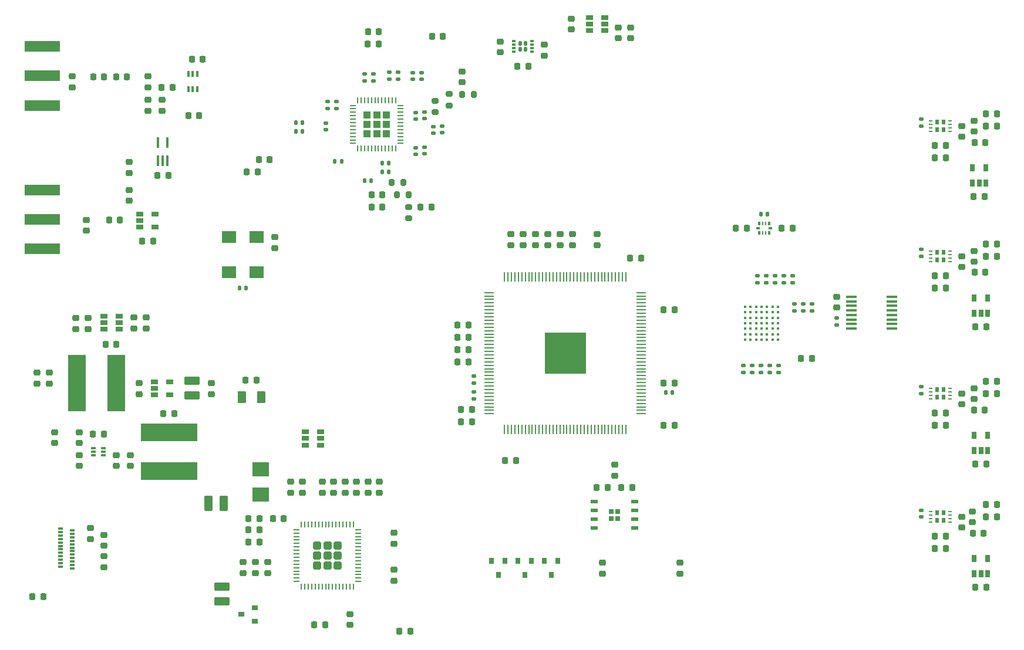
<source format=gbr>
G04 #@! TF.GenerationSoftware,KiCad,Pcbnew,9.0.0-9.0.0-2~ubuntu24.04.1*
G04 #@! TF.CreationDate,2025-03-10T11:07:58+01:00*
G04 #@! TF.ProjectId,Transmitter,5472616e-736d-4697-9474-65722e6b6963,rev?*
G04 #@! TF.SameCoordinates,Original*
G04 #@! TF.FileFunction,Paste,Top*
G04 #@! TF.FilePolarity,Positive*
%FSLAX46Y46*%
G04 Gerber Fmt 4.6, Leading zero omitted, Abs format (unit mm)*
G04 Created by KiCad (PCBNEW 9.0.0-9.0.0-2~ubuntu24.04.1) date 2025-03-10 11:07:58*
%MOMM*%
%LPD*%
G01*
G04 APERTURE LIST*
G04 Aperture macros list*
%AMRoundRect*
0 Rectangle with rounded corners*
0 $1 Rounding radius*
0 $2 $3 $4 $5 $6 $7 $8 $9 X,Y pos of 4 corners*
0 Add a 4 corners polygon primitive as box body*
4,1,4,$2,$3,$4,$5,$6,$7,$8,$9,$2,$3,0*
0 Add four circle primitives for the rounded corners*
1,1,$1+$1,$2,$3*
1,1,$1+$1,$4,$5*
1,1,$1+$1,$6,$7*
1,1,$1+$1,$8,$9*
0 Add four rect primitives between the rounded corners*
20,1,$1+$1,$2,$3,$4,$5,0*
20,1,$1+$1,$4,$5,$6,$7,0*
20,1,$1+$1,$6,$7,$8,$9,0*
20,1,$1+$1,$8,$9,$2,$3,0*%
G04 Aperture macros list end*
%ADD10RoundRect,0.218750X-0.218750X-0.256250X0.218750X-0.256250X0.218750X0.256250X-0.218750X0.256250X0*%
%ADD11RoundRect,0.218750X-0.256250X0.218750X-0.256250X-0.218750X0.256250X-0.218750X0.256250X0.218750X0*%
%ADD12RoundRect,0.218750X0.218750X0.256250X-0.218750X0.256250X-0.218750X-0.256250X0.218750X-0.256250X0*%
%ADD13RoundRect,0.218750X0.256250X-0.218750X0.256250X0.218750X-0.256250X0.218750X-0.256250X-0.218750X0*%
%ADD14RoundRect,0.147500X0.172500X-0.147500X0.172500X0.147500X-0.172500X0.147500X-0.172500X-0.147500X0*%
%ADD15RoundRect,0.147500X-0.147500X-0.172500X0.147500X-0.172500X0.147500X0.172500X-0.147500X0.172500X0*%
%ADD16RoundRect,0.147500X-0.172500X0.147500X-0.172500X-0.147500X0.172500X-0.147500X0.172500X0.147500X0*%
%ADD17RoundRect,0.147500X0.147500X0.172500X-0.147500X0.172500X-0.147500X-0.172500X0.147500X-0.172500X0*%
%ADD18RoundRect,0.250000X-0.850000X0.375000X-0.850000X-0.375000X0.850000X-0.375000X0.850000X0.375000X0*%
%ADD19R,2.600000X8.200000*%
%ADD20R,0.800000X0.900000*%
%ADD21R,0.600000X0.800000*%
%ADD22R,0.600000X0.250000*%
%ADD23R,1.060000X0.650000*%
%ADD24RoundRect,0.145000X-0.145000X-0.205000X0.145000X-0.205000X0.145000X0.205000X-0.145000X0.205000X0*%
%ADD25RoundRect,0.087500X-0.200000X-0.087500X0.200000X-0.087500X0.200000X0.087500X-0.200000X0.087500X0*%
%ADD26R,0.300000X0.575000*%
%ADD27R,0.250000X0.575000*%
%ADD28R,0.630000X0.350000*%
%ADD29R,2.000000X1.800000*%
%ADD30RoundRect,0.250000X-0.335000X-0.335000X0.335000X-0.335000X0.335000X0.335000X-0.335000X0.335000X0*%
%ADD31RoundRect,0.062500X-0.337500X-0.062500X0.337500X-0.062500X0.337500X0.062500X-0.337500X0.062500X0*%
%ADD32RoundRect,0.062500X-0.062500X-0.337500X0.062500X-0.337500X0.062500X0.337500X-0.062500X0.337500X0*%
%ADD33RoundRect,0.250000X0.850000X-0.375000X0.850000X0.375000X-0.850000X0.375000X-0.850000X-0.375000X0*%
%ADD34R,0.900000X0.800000*%
%ADD35R,2.400000X2.000000*%
%ADD36RoundRect,0.250000X0.300000X-0.300000X0.300000X0.300000X-0.300000X0.300000X-0.300000X-0.300000X0*%
%ADD37RoundRect,0.062500X0.062500X-0.337500X0.062500X0.337500X-0.062500X0.337500X-0.062500X-0.337500X0*%
%ADD38RoundRect,0.062500X0.337500X-0.062500X0.337500X0.062500X-0.337500X0.062500X-0.337500X-0.062500X0*%
%ADD39RoundRect,0.200000X-0.200000X-0.275000X0.200000X-0.275000X0.200000X0.275000X-0.200000X0.275000X0*%
%ADD40RoundRect,0.200000X0.275000X-0.200000X0.275000X0.200000X-0.275000X0.200000X-0.275000X-0.200000X0*%
%ADD41RoundRect,0.200000X-0.275000X0.200000X-0.275000X-0.200000X0.275000X-0.200000X0.275000X0.200000X0*%
%ADD42RoundRect,0.225000X-0.225000X-0.250000X0.225000X-0.250000X0.225000X0.250000X-0.225000X0.250000X0*%
%ADD43RoundRect,0.225000X-0.250000X0.225000X-0.250000X-0.225000X0.250000X-0.225000X0.250000X0.225000X0*%
%ADD44RoundRect,0.250000X-0.375000X-0.850000X0.375000X-0.850000X0.375000X0.850000X-0.375000X0.850000X0*%
%ADD45R,0.400000X1.500000*%
%ADD46RoundRect,0.250000X-0.375000X-0.625000X0.375000X-0.625000X0.375000X0.625000X-0.375000X0.625000X0*%
%ADD47O,1.500000X0.250000*%
%ADD48O,0.250000X1.500000*%
%ADD49R,6.000000X6.000000*%
%ADD50R,0.800000X0.800000*%
%ADD51R,1.100000X0.500000*%
%ADD52R,1.500000X0.450000*%
%ADD53R,0.650000X1.060000*%
%ADD54C,0.400000*%
%ADD55R,5.080000X1.500000*%
%ADD56R,0.350000X0.850000*%
%ADD57R,0.700000X0.300000*%
%ADD58R,8.200000X2.600000*%
%ADD59RoundRect,0.225000X0.225000X0.250000X-0.225000X0.250000X-0.225000X-0.250000X0.225000X-0.250000X0*%
G04 APERTURE END LIST*
D10*
X193776500Y-81026000D03*
X195351500Y-81026000D03*
D11*
X173990000Y-95478500D03*
X173990000Y-97053500D03*
D12*
X197129500Y-70866000D03*
X195554500Y-70866000D03*
X197129500Y-107696000D03*
X195554500Y-107696000D03*
X189763500Y-73660000D03*
X188188500Y-73660000D03*
X189763500Y-112268000D03*
X188188500Y-112268000D03*
X197129500Y-89662000D03*
X195554500Y-89662000D03*
X197129500Y-127254000D03*
X195554500Y-127254000D03*
X197129500Y-125476000D03*
X195554500Y-125476000D03*
X189763500Y-92456000D03*
X188188500Y-92456000D03*
D13*
X73406000Y-109525000D03*
X73406000Y-107950000D03*
D11*
X74422000Y-98501000D03*
X74422000Y-100076000D03*
D13*
X83820000Y-109525000D03*
X83820000Y-107950000D03*
D12*
X70155000Y-102362000D03*
X68580000Y-102362000D03*
D10*
X76936500Y-112395000D03*
X78511500Y-112395000D03*
D13*
X60452000Y-108001000D03*
X60452000Y-106426000D03*
X58674000Y-108001000D03*
X58674000Y-106426000D03*
D11*
X131826000Y-59131000D03*
X131826000Y-60706000D03*
D10*
X127990500Y-62230000D03*
X129565500Y-62230000D03*
D11*
X125476000Y-58648500D03*
X125476000Y-60223500D03*
D12*
X108509000Y-80772000D03*
X106934000Y-80772000D03*
D10*
X106426000Y-57277000D03*
X108001000Y-57277000D03*
D13*
X92964000Y-88443000D03*
X92964000Y-86868000D03*
D14*
X114554000Y-74884000D03*
X114554000Y-73914000D03*
X114554000Y-69804000D03*
X114554000Y-68834000D03*
D15*
X101646000Y-75946000D03*
X102616000Y-75946000D03*
D14*
X114173000Y-64135000D03*
X114173000Y-63165000D03*
X110744000Y-64089000D03*
X110744000Y-63119000D03*
D16*
X105918000Y-63373000D03*
X105918000Y-64343000D03*
D14*
X107188000Y-64343000D03*
X107188000Y-63373000D03*
D16*
X100330000Y-70404000D03*
X100330000Y-71374000D03*
D14*
X100584000Y-68303000D03*
X100584000Y-67333000D03*
D12*
X167665500Y-85598000D03*
X166090500Y-85598000D03*
X121437500Y-111760000D03*
X119862500Y-111760000D03*
X150647500Y-97409000D03*
X149072500Y-97409000D03*
D10*
X149072500Y-114046000D03*
X150647500Y-114046000D03*
D16*
X165608000Y-105433000D03*
X165608000Y-106403000D03*
D13*
X127000000Y-88036500D03*
X127000000Y-86461500D03*
D10*
X144246500Y-89916000D03*
X145821500Y-89916000D03*
D14*
X160528000Y-106403000D03*
X160528000Y-105433000D03*
D16*
X166370000Y-92479000D03*
X166370000Y-93449000D03*
D14*
X170434000Y-97513000D03*
X170434000Y-96543000D03*
X169164000Y-97513000D03*
X169164000Y-96543000D03*
D16*
X161798000Y-105433000D03*
X161798000Y-106403000D03*
D13*
X134112000Y-88036500D03*
X134112000Y-86461500D03*
D12*
X127787500Y-119126000D03*
X126212500Y-119126000D03*
D13*
X139446000Y-88036500D03*
X139446000Y-86461500D03*
D17*
X88877000Y-94234000D03*
X87907000Y-94234000D03*
D16*
X115824000Y-70912000D03*
X115824000Y-71882000D03*
X113284000Y-73960000D03*
X113284000Y-74930000D03*
D14*
X112903000Y-64112000D03*
X112903000Y-63142000D03*
X109474000Y-64089000D03*
X109474000Y-63119000D03*
X164338000Y-106403000D03*
X164338000Y-105433000D03*
D16*
X165100000Y-92479000D03*
X165100000Y-93449000D03*
X167894000Y-96543000D03*
X167894000Y-97513000D03*
D14*
X163068000Y-106403000D03*
X163068000Y-105433000D03*
D18*
X81026000Y-107578000D03*
X81026000Y-109728000D03*
D19*
X70104000Y-107950000D03*
X64504000Y-107950000D03*
D20*
X126172000Y-133620000D03*
X124272000Y-133620000D03*
X125222000Y-135620000D03*
D16*
X173990000Y-98575000D03*
X173990000Y-99545000D03*
X186182000Y-108481000D03*
X186182000Y-109451000D03*
D12*
X189763500Y-114046000D03*
X188188500Y-114046000D03*
D11*
X193802000Y-70078500D03*
X193802000Y-71653500D03*
X193802000Y-108686500D03*
X193802000Y-110261500D03*
X192024000Y-70840500D03*
X192024000Y-72415500D03*
X192024000Y-109448500D03*
X192024000Y-111023500D03*
D16*
X186182000Y-126284000D03*
X186182000Y-127254000D03*
D11*
X193802000Y-88874500D03*
X193802000Y-90449500D03*
X193548000Y-126466500D03*
X193548000Y-128041500D03*
D13*
X66040000Y-100127000D03*
X66040000Y-98552000D03*
D11*
X64262000Y-98551900D03*
X64262000Y-100126900D03*
D12*
X90526000Y-77470000D03*
X88951000Y-77470000D03*
X92253000Y-75692000D03*
X90678000Y-75692000D03*
D16*
X121666000Y-106957000D03*
X121666000Y-107927000D03*
D17*
X164061000Y-83566000D03*
X163091000Y-83566000D03*
D12*
X140995500Y-123063000D03*
X139420500Y-123063000D03*
D10*
X119354500Y-104902000D03*
X120929500Y-104902000D03*
D12*
X120929500Y-103124000D03*
X119354500Y-103124000D03*
D10*
X119354500Y-101346000D03*
X120929500Y-101346000D03*
D11*
X130556000Y-86461500D03*
X130556000Y-88036500D03*
X128778000Y-86461500D03*
X128778000Y-88036500D03*
X132334000Y-86461500D03*
X132334000Y-88036500D03*
X135890000Y-86461500D03*
X135890000Y-88036500D03*
D10*
X110947000Y-143764000D03*
X112522000Y-143764000D03*
D11*
X140208000Y-133858000D03*
X140208000Y-135433000D03*
X151384000Y-133858000D03*
X151384000Y-135433000D03*
X135763000Y-55346500D03*
X135763000Y-56921500D03*
D21*
X188526000Y-70316000D03*
X188526000Y-71416000D03*
X189426000Y-70316000D03*
X189426000Y-71416000D03*
D22*
X187576000Y-70116000D03*
X187576000Y-70616000D03*
X187576000Y-71116000D03*
X187576000Y-71616000D03*
X190376000Y-71616000D03*
X190376000Y-71116000D03*
X190376000Y-70616000D03*
X190376000Y-70116000D03*
D21*
X188526000Y-108924000D03*
X188526000Y-110024000D03*
X189426000Y-108924000D03*
X189426000Y-110024000D03*
D22*
X187576000Y-108724000D03*
X187576000Y-109224000D03*
X187576000Y-109724000D03*
X187576000Y-110224000D03*
X190376000Y-110224000D03*
X190376000Y-109724000D03*
X190376000Y-109224000D03*
X190376000Y-108724000D03*
D21*
X188526000Y-89112000D03*
X188526000Y-90212000D03*
X189426000Y-89112000D03*
X189426000Y-90212000D03*
D22*
X187576000Y-88912000D03*
X187576000Y-89412000D03*
X187576000Y-89912000D03*
X187576000Y-90412000D03*
X190376000Y-90412000D03*
X190376000Y-89912000D03*
X190376000Y-89412000D03*
X190376000Y-88912000D03*
D21*
X188526000Y-126704000D03*
X188526000Y-127804000D03*
X189426000Y-126704000D03*
X189426000Y-127804000D03*
D22*
X187576000Y-126504000D03*
X187576000Y-127004000D03*
X187576000Y-127504000D03*
X187576000Y-128004000D03*
X190376000Y-128004000D03*
X190376000Y-127504000D03*
X190376000Y-127004000D03*
X190376000Y-126504000D03*
D23*
X75608000Y-107762000D03*
X75608000Y-108712000D03*
X75608000Y-109662000D03*
X77808000Y-109662000D03*
X77808000Y-107762000D03*
X70526000Y-100198000D03*
X70526000Y-99248000D03*
X70526000Y-98298000D03*
X68326000Y-98298000D03*
X68326000Y-99248000D03*
X68326000Y-100198000D03*
D24*
X128413000Y-58928000D03*
X128413000Y-59798000D03*
X129143000Y-58928000D03*
X129143000Y-59798000D03*
D25*
X127490500Y-58613000D03*
X127490500Y-59113000D03*
X127490500Y-59613000D03*
X127490500Y-60113000D03*
X130065500Y-60113000D03*
X130065500Y-59613000D03*
X130065500Y-59113000D03*
X130065500Y-58613000D03*
D26*
X164326000Y-84960500D03*
D27*
X163826000Y-84960500D03*
X163326000Y-84960500D03*
D26*
X162826000Y-84960500D03*
D28*
X162716000Y-85598000D03*
D26*
X162826000Y-86235500D03*
D27*
X163326000Y-86235500D03*
X163826000Y-86235500D03*
D26*
X164326000Y-86235500D03*
D28*
X164436000Y-85598000D03*
D23*
X140546000Y-57084000D03*
X140546000Y-56134000D03*
X140546000Y-55184000D03*
X138346000Y-55184000D03*
X138346000Y-56134000D03*
X138346000Y-57084000D03*
D29*
X90380000Y-91948000D03*
X90380000Y-86868000D03*
X86380000Y-86868000D03*
X86380000Y-91948000D03*
D13*
X106426000Y-123749000D03*
X106426000Y-122174000D03*
X110172500Y-131153000D03*
X110172500Y-129578000D03*
X108077000Y-123749000D03*
X108077000Y-122174000D03*
D11*
X103822500Y-141300000D03*
X103822500Y-142875000D03*
D13*
X95275400Y-123748900D03*
X95275400Y-122173900D03*
D30*
X99134000Y-131392000D03*
X99134000Y-132842000D03*
X99134000Y-134292000D03*
X100584000Y-131392000D03*
X100584000Y-132842000D03*
X100584000Y-134292000D03*
X102034000Y-131392000D03*
X102034000Y-132842000D03*
X102034000Y-134292000D03*
D31*
X96134000Y-129092000D03*
X96134000Y-129592000D03*
X96134000Y-130092000D03*
X96134000Y-130592000D03*
X96134000Y-131092000D03*
X96134000Y-131592000D03*
X96134000Y-132092000D03*
X96134000Y-132592000D03*
X96134000Y-133092000D03*
X96134000Y-133592000D03*
X96134000Y-134092000D03*
X96134000Y-134592000D03*
X96134000Y-135092000D03*
X96134000Y-135592000D03*
X96134000Y-136092000D03*
X96134000Y-136592000D03*
D32*
X96834000Y-137292000D03*
X97334000Y-137292000D03*
X97834000Y-137292000D03*
X98334000Y-137292000D03*
X98834000Y-137292000D03*
X99334000Y-137292000D03*
X99834000Y-137292000D03*
X100334000Y-137292000D03*
X100834000Y-137292000D03*
X101334000Y-137292000D03*
X101834000Y-137292000D03*
X102334000Y-137292000D03*
X102834000Y-137292000D03*
X103334000Y-137292000D03*
X103834000Y-137292000D03*
X104334000Y-137292000D03*
D31*
X105034000Y-136592000D03*
X105034000Y-136092000D03*
X105034000Y-135592000D03*
X105034000Y-135092000D03*
X105034000Y-134592000D03*
X105034000Y-134092000D03*
X105034000Y-133592000D03*
X105034000Y-133092000D03*
X105034000Y-132592000D03*
X105034000Y-132092000D03*
X105034000Y-131592000D03*
X105034000Y-131092000D03*
X105034000Y-130592000D03*
X105034000Y-130092000D03*
X105034000Y-129592000D03*
X105034000Y-129092000D03*
D32*
X104334000Y-128392000D03*
X103834000Y-128392000D03*
X103334000Y-128392000D03*
X102834000Y-128392000D03*
X102334000Y-128392000D03*
X101834000Y-128392000D03*
X101334000Y-128392000D03*
X100834000Y-128392000D03*
X100334000Y-128392000D03*
X99834000Y-128392000D03*
X99334000Y-128392000D03*
X98834000Y-128392000D03*
X98334000Y-128392000D03*
X97834000Y-128392000D03*
X97334000Y-128392000D03*
X96834000Y-128392000D03*
D33*
X85344000Y-139446000D03*
X85344000Y-137296000D03*
D34*
X90154000Y-142301000D03*
X90154000Y-140401000D03*
X88154000Y-141351000D03*
D10*
X98691500Y-142875000D03*
X100266500Y-142875000D03*
D13*
X96977200Y-123748900D03*
X96977200Y-122173900D03*
X104775000Y-123749000D03*
X104775000Y-122174000D03*
D11*
X91948000Y-133807000D03*
X91948000Y-135382000D03*
D13*
X99822000Y-123748900D03*
X99822000Y-122173900D03*
D11*
X101473000Y-122174000D03*
X101473000Y-123749000D03*
X110172500Y-134886500D03*
X110172500Y-136461500D03*
D35*
X90932000Y-120379000D03*
X90932000Y-124079000D03*
D11*
X88392000Y-133807000D03*
X88392000Y-135382000D03*
X90170000Y-133807000D03*
X90170000Y-135382000D03*
D13*
X103124000Y-123749000D03*
X103124000Y-122174000D03*
D36*
X106326000Y-71982000D03*
X107696000Y-71982000D03*
X109066000Y-71982000D03*
X106326000Y-70612000D03*
X107696000Y-70612000D03*
X109066000Y-70612000D03*
X106326000Y-69242000D03*
X107696000Y-69242000D03*
X109066000Y-69242000D03*
D37*
X104946000Y-74062000D03*
X105446000Y-74062000D03*
X105946000Y-74062000D03*
X106446000Y-74062000D03*
X106946000Y-74062000D03*
X107446000Y-74062000D03*
X107946000Y-74062000D03*
X108446000Y-74062000D03*
X108946000Y-74062000D03*
X109446000Y-74062000D03*
X109946000Y-74062000D03*
X110446000Y-74062000D03*
D38*
X111146000Y-73362000D03*
X111146000Y-72862000D03*
X111146000Y-72362000D03*
X111146000Y-71862000D03*
X111146000Y-71362000D03*
X111146000Y-70862000D03*
X111146000Y-70362000D03*
X111146000Y-69862000D03*
X111146000Y-69362000D03*
X111146000Y-68862000D03*
X111146000Y-68362000D03*
X111146000Y-67862000D03*
D37*
X110446000Y-67162000D03*
X109946000Y-67162000D03*
X109446000Y-67162000D03*
X108946000Y-67162000D03*
X108446000Y-67162000D03*
X107946000Y-67162000D03*
X107446000Y-67162000D03*
X106946000Y-67162000D03*
X106446000Y-67162000D03*
X105946000Y-67162000D03*
X105446000Y-67162000D03*
X104946000Y-67162000D03*
D38*
X104246000Y-67862000D03*
X104246000Y-68362000D03*
X104246000Y-68862000D03*
X104246000Y-69362000D03*
X104246000Y-69862000D03*
X104246000Y-70362000D03*
X104246000Y-70862000D03*
X104246000Y-71362000D03*
X104246000Y-71862000D03*
X104246000Y-72362000D03*
X104246000Y-72862000D03*
X104246000Y-73362000D03*
D12*
X107975500Y-59055000D03*
X106400500Y-59055000D03*
D10*
X106934000Y-82550000D03*
X108509000Y-82550000D03*
D39*
X109856000Y-78994000D03*
X111506000Y-78994000D03*
X110618000Y-80772000D03*
X112268000Y-80772000D03*
D40*
X112268000Y-84200000D03*
X112268000Y-82550000D03*
D41*
X118110000Y-66231000D03*
X118110000Y-67881000D03*
D39*
X120016000Y-66294000D03*
X121666000Y-66294000D03*
D42*
X114020000Y-82550000D03*
X115570000Y-82550000D03*
D41*
X116078000Y-67184000D03*
X116078000Y-68834000D03*
D43*
X120015000Y-62979000D03*
X120015000Y-64529000D03*
D14*
X117094000Y-71836000D03*
X117094000Y-70866000D03*
X113284000Y-69850000D03*
X113284000Y-68880000D03*
D17*
X97005000Y-70358000D03*
X96035000Y-70358000D03*
D23*
X99568000Y-116885800D03*
X99568000Y-115935800D03*
X99568000Y-114985800D03*
X97368000Y-114985800D03*
X97368000Y-115935800D03*
X97368000Y-116885800D03*
D44*
X83448000Y-125349000D03*
X85598000Y-125349000D03*
D12*
X90805100Y-129159000D03*
X89230100Y-129159000D03*
X90805000Y-127508000D03*
X89230000Y-127508000D03*
D10*
X92710000Y-127508000D03*
X94285000Y-127508000D03*
D12*
X90805100Y-130937000D03*
X89230100Y-130937000D03*
D10*
X76073000Y-77978000D03*
X77648000Y-77978000D03*
D12*
X75438000Y-87503000D03*
X73863000Y-87503000D03*
D23*
X73492000Y-83571000D03*
X73492000Y-84521000D03*
X73492000Y-85471000D03*
X75692000Y-85471000D03*
X75692000Y-83571000D03*
D11*
X65786000Y-84404000D03*
X65786000Y-85979000D03*
D10*
X69088000Y-84455000D03*
X70663000Y-84455000D03*
D45*
X76185000Y-75879000D03*
X76835000Y-75879000D03*
X77485000Y-75879000D03*
X77485000Y-73219000D03*
X76185000Y-73219000D03*
D11*
X72644000Y-98501000D03*
X72644000Y-100076000D03*
D46*
X88259000Y-109982000D03*
X91059000Y-109982000D03*
D10*
X88785500Y-107569000D03*
X90360500Y-107569000D03*
D16*
X101854000Y-67333000D03*
X101854000Y-68303000D03*
D15*
X96035000Y-71628000D03*
X97005000Y-71628000D03*
D11*
X142494000Y-56616500D03*
X142494000Y-58191500D03*
D13*
X144272000Y-58191500D03*
X144272000Y-56616500D03*
D20*
X133792000Y-133620000D03*
X131892000Y-133620000D03*
X132842000Y-135620000D03*
D10*
X119862500Y-113538000D03*
X121437500Y-113538000D03*
D14*
X167640000Y-93449000D03*
X167640000Y-92479000D03*
D12*
X189763500Y-75438000D03*
X188188500Y-75438000D03*
X189763500Y-131826000D03*
X188188500Y-131826000D03*
X197129500Y-109474000D03*
X195554500Y-109474000D03*
D16*
X186182000Y-69873000D03*
X186182000Y-70843000D03*
D12*
X189763500Y-130048000D03*
X188188500Y-130048000D03*
X189763500Y-94234000D03*
X188188500Y-94234000D03*
D11*
X141986000Y-119735500D03*
X141986000Y-121310500D03*
D12*
X161061500Y-85598000D03*
X159486500Y-85598000D03*
D47*
X123874000Y-94882000D03*
X123874000Y-95382000D03*
X123874000Y-95882000D03*
X123874000Y-96382000D03*
X123874000Y-96882000D03*
X123874000Y-97382000D03*
X123874000Y-97882000D03*
X123874000Y-98382000D03*
X123874000Y-98882000D03*
X123874000Y-99382000D03*
X123874000Y-99882000D03*
X123874000Y-100382000D03*
X123874000Y-100882000D03*
X123874000Y-101382000D03*
X123874000Y-101882000D03*
X123874000Y-102382000D03*
X123874000Y-102882000D03*
X123874000Y-103382000D03*
X123874000Y-103882000D03*
X123874000Y-104382000D03*
X123874000Y-104882000D03*
X123874000Y-105382000D03*
X123874000Y-105882000D03*
X123874000Y-106382000D03*
X123874000Y-106882000D03*
X123874000Y-107382000D03*
X123874000Y-107882000D03*
X123874000Y-108382000D03*
X123874000Y-108882000D03*
X123874000Y-109382000D03*
X123874000Y-109882000D03*
X123874000Y-110382000D03*
X123874000Y-110882000D03*
X123874000Y-111382000D03*
X123874000Y-111882000D03*
X123874000Y-112382000D03*
D48*
X126124000Y-114632000D03*
X126624000Y-114632000D03*
X127124000Y-114632000D03*
X127624000Y-114632000D03*
X128124000Y-114632000D03*
X128624000Y-114632000D03*
X129124000Y-114632000D03*
X129624000Y-114632000D03*
X130124000Y-114632000D03*
X130624000Y-114632000D03*
X131124000Y-114632000D03*
X131624000Y-114632000D03*
X132124000Y-114632000D03*
X132624000Y-114632000D03*
X133124000Y-114632000D03*
X133624000Y-114632000D03*
X134124000Y-114632000D03*
X134624000Y-114632000D03*
X135124000Y-114632000D03*
X135624000Y-114632000D03*
X136124000Y-114632000D03*
X136624000Y-114632000D03*
X137124000Y-114632000D03*
X137624000Y-114632000D03*
X138124000Y-114632000D03*
X138624000Y-114632000D03*
X139124000Y-114632000D03*
X139624000Y-114632000D03*
X140124000Y-114632000D03*
X140624000Y-114632000D03*
X141124000Y-114632000D03*
X141624000Y-114632000D03*
X142124000Y-114632000D03*
X142624000Y-114632000D03*
X143124000Y-114632000D03*
X143624000Y-114632000D03*
D47*
X145874000Y-112382000D03*
X145874000Y-111882000D03*
X145874000Y-111382000D03*
X145874000Y-110882000D03*
X145874000Y-110382000D03*
X145874000Y-109882000D03*
X145874000Y-109382000D03*
X145874000Y-108882000D03*
X145874000Y-108382000D03*
X145874000Y-107882000D03*
X145874000Y-107382000D03*
X145874000Y-106882000D03*
X145874000Y-106382000D03*
X145874000Y-105882000D03*
X145874000Y-105382000D03*
X145874000Y-104882000D03*
X145874000Y-104382000D03*
X145874000Y-103882000D03*
X145874000Y-103382000D03*
X145874000Y-102882000D03*
X145874000Y-102382000D03*
X145874000Y-101882000D03*
X145874000Y-101382000D03*
X145874000Y-100882000D03*
X145874000Y-100382000D03*
X145874000Y-99882000D03*
X145874000Y-99382000D03*
X145874000Y-98882000D03*
X145874000Y-98382000D03*
X145874000Y-97882000D03*
X145874000Y-97382000D03*
X145874000Y-96882000D03*
X145874000Y-96382000D03*
X145874000Y-95882000D03*
X145874000Y-95382000D03*
X145874000Y-94882000D03*
D48*
X143624000Y-92632000D03*
X143124000Y-92632000D03*
X142624000Y-92632000D03*
X142124000Y-92632000D03*
X141624000Y-92632000D03*
X141124000Y-92632000D03*
X140624000Y-92632000D03*
X140124000Y-92632000D03*
X139624000Y-92632000D03*
X139124000Y-92632000D03*
X138624000Y-92632000D03*
X138124000Y-92632000D03*
X137624000Y-92632000D03*
X137124000Y-92632000D03*
X136624000Y-92632000D03*
X136124000Y-92632000D03*
X135624000Y-92632000D03*
X135124000Y-92632000D03*
X134624000Y-92632000D03*
X134124000Y-92632000D03*
X133624000Y-92632000D03*
X133124000Y-92632000D03*
X132624000Y-92632000D03*
X132124000Y-92632000D03*
X131624000Y-92632000D03*
X131124000Y-92632000D03*
X130624000Y-92632000D03*
X130124000Y-92632000D03*
X129624000Y-92632000D03*
X129124000Y-92632000D03*
X128624000Y-92632000D03*
X128124000Y-92632000D03*
X127624000Y-92632000D03*
X127124000Y-92632000D03*
X126624000Y-92632000D03*
X126124000Y-92632000D03*
D49*
X134874000Y-103632000D03*
D10*
X149072500Y-107950000D03*
X150647500Y-107950000D03*
D17*
X109428000Y-77470000D03*
X108458000Y-77470000D03*
X109451000Y-76200000D03*
X108481000Y-76200000D03*
D50*
X141486000Y-126474600D03*
X141486000Y-127474600D03*
X142486000Y-126474600D03*
X142486000Y-127474600D03*
D51*
X139086000Y-125069600D03*
X139086000Y-126339600D03*
X139086000Y-127609600D03*
X139086000Y-128879600D03*
X144886000Y-128879600D03*
X144886000Y-127609600D03*
X144886000Y-126339600D03*
X144886000Y-125069600D03*
D10*
X142976500Y-123063000D03*
X144551500Y-123063000D03*
X119354500Y-99568000D03*
X120929500Y-99568000D03*
D16*
X121666000Y-109243000D03*
X121666000Y-110213000D03*
X163830000Y-92479000D03*
X163830000Y-93449000D03*
D14*
X162560000Y-93449000D03*
X162560000Y-92479000D03*
D10*
X168884500Y-104394000D03*
X170459500Y-104394000D03*
D20*
X129982000Y-133620000D03*
X128082000Y-133620000D03*
X129032000Y-135620000D03*
D52*
X176120000Y-95515000D03*
X176120000Y-96165000D03*
X176120000Y-96815000D03*
X176120000Y-97465000D03*
X176120000Y-98115000D03*
X176120000Y-98765000D03*
X176120000Y-99415000D03*
X176120000Y-100065000D03*
X182020000Y-100065000D03*
X182020000Y-99415000D03*
X182020000Y-98765000D03*
X182020000Y-98115000D03*
X182020000Y-97465000D03*
X182020000Y-96815000D03*
X182020000Y-96165000D03*
X182020000Y-95515000D03*
D16*
X186182000Y-88669000D03*
X186182000Y-89639000D03*
D11*
X192024000Y-127228500D03*
X192024000Y-128803500D03*
D12*
X197129500Y-69088000D03*
X195554500Y-69088000D03*
D53*
X193868000Y-135466000D03*
X194818000Y-135466000D03*
X195768000Y-135466000D03*
X195768000Y-133266000D03*
X193868000Y-133266000D03*
D10*
X194030500Y-137414000D03*
X195605500Y-137414000D03*
D53*
X193868000Y-117686000D03*
X194818000Y-117686000D03*
X195768000Y-117686000D03*
X195768000Y-115486000D03*
X193868000Y-115486000D03*
D10*
X194030500Y-119634000D03*
X195605500Y-119634000D03*
D53*
X193614000Y-79078000D03*
X194564000Y-79078000D03*
X195514000Y-79078000D03*
X195514000Y-76878000D03*
X193614000Y-76878000D03*
D12*
X197129500Y-87884000D03*
X195554500Y-87884000D03*
D11*
X192024000Y-89636500D03*
X192024000Y-91211500D03*
D53*
X193868000Y-97874000D03*
X194818000Y-97874000D03*
X195768000Y-97874000D03*
X195768000Y-95674000D03*
X193868000Y-95674000D03*
D10*
X194030500Y-99822000D03*
X195605500Y-99822000D03*
D54*
X160795000Y-96914000D03*
X161595000Y-96914000D03*
X162395000Y-96914000D03*
X163195000Y-96914000D03*
X163995000Y-96914000D03*
X164795000Y-96914000D03*
X165595000Y-96914000D03*
X160795000Y-97714000D03*
X161595000Y-97714000D03*
X162395000Y-97714000D03*
X163195000Y-97714000D03*
X163995000Y-97714000D03*
X164795000Y-97714000D03*
X165595000Y-97714000D03*
X160795000Y-98514000D03*
X161595000Y-98514000D03*
X162395000Y-98514000D03*
X163195000Y-98514000D03*
X163995000Y-98514000D03*
X164795000Y-98514000D03*
X165595000Y-98514000D03*
X160795000Y-99314000D03*
X161595000Y-99314000D03*
X162395000Y-99314000D03*
X163195000Y-99314000D03*
X163995000Y-99314000D03*
X164795000Y-99314000D03*
X165595000Y-99314000D03*
X160795000Y-100114000D03*
X161595000Y-100114000D03*
X162395000Y-100114000D03*
X163195000Y-100114000D03*
X163995000Y-100114000D03*
X164795000Y-100114000D03*
X165595000Y-100114000D03*
X160795000Y-100914000D03*
X161595000Y-100914000D03*
X162395000Y-100914000D03*
X163195000Y-100914000D03*
X163995000Y-100914000D03*
X164795000Y-100914000D03*
X165595000Y-100914000D03*
X160795000Y-101714000D03*
X161595000Y-101714000D03*
X162395000Y-101714000D03*
X163195000Y-101714000D03*
X163995000Y-101714000D03*
X164795000Y-101714000D03*
X165595000Y-101714000D03*
D17*
X150345000Y-109347000D03*
X149375000Y-109347000D03*
D12*
X117246500Y-57912000D03*
X115671500Y-57912000D03*
D55*
X59436000Y-63627000D03*
X59436000Y-67877000D03*
X59436000Y-59377000D03*
D10*
X70104000Y-63754000D03*
X71679000Y-63754000D03*
D13*
X74676000Y-65278000D03*
X74676000Y-63703000D03*
X74676000Y-68631000D03*
X74676000Y-67056000D03*
D10*
X81026000Y-61214000D03*
X82601000Y-61214000D03*
D13*
X76708000Y-68631000D03*
X76708000Y-67056000D03*
D12*
X68377000Y-63754000D03*
X66802000Y-63754000D03*
D10*
X76657000Y-65278000D03*
X78232000Y-65278000D03*
X80518000Y-69342000D03*
X82093000Y-69342000D03*
D11*
X63754000Y-63703000D03*
X63754000Y-65278000D03*
D56*
X81818000Y-63332000D03*
X81168000Y-63332000D03*
X80518000Y-63332000D03*
X80518000Y-65532000D03*
X81168000Y-65532000D03*
X81818000Y-65532000D03*
D55*
X59436000Y-84328000D03*
X59436000Y-88578000D03*
X59436000Y-80078000D03*
D13*
X68326000Y-131445000D03*
X68326000Y-129870000D03*
D10*
X58039000Y-138811000D03*
X59614000Y-138811000D03*
D11*
X68326000Y-132969000D03*
X68326000Y-134544000D03*
D57*
X63821000Y-129203000D03*
X63821000Y-129703000D03*
X63821000Y-130203000D03*
X63821000Y-130703000D03*
X63821000Y-131203000D03*
X63821000Y-131703000D03*
X63821000Y-132203000D03*
X63821000Y-132703000D03*
X63821000Y-133203000D03*
X63821000Y-133703000D03*
X63821000Y-134203000D03*
X63821000Y-134703000D03*
X62121000Y-134453000D03*
X62121000Y-133953000D03*
X62121000Y-133453000D03*
X62121000Y-132953000D03*
X62121000Y-132453000D03*
X62121000Y-131953000D03*
X62121000Y-131453000D03*
X62121000Y-130953000D03*
X62121000Y-130453000D03*
X62121000Y-129953000D03*
X62121000Y-129453000D03*
X62121000Y-128953000D03*
D11*
X66421000Y-128879500D03*
X66421000Y-130454500D03*
X70104000Y-118338500D03*
X70104000Y-119913500D03*
X64770000Y-118338500D03*
X64770000Y-119913500D03*
D57*
X68314000Y-118356000D03*
X68314000Y-117856000D03*
X68314000Y-117356000D03*
X66814000Y-117356000D03*
X66814000Y-117856000D03*
X66814000Y-118356000D03*
D15*
X105941000Y-78740000D03*
X106911000Y-78740000D03*
D58*
X77724000Y-120656000D03*
X77724000Y-115056000D03*
D12*
X68351500Y-115316000D03*
X66776500Y-115316000D03*
D11*
X72136000Y-118338500D03*
X72136000Y-119913500D03*
X64770000Y-115036500D03*
X64770000Y-116611500D03*
X61214000Y-115036500D03*
X61214000Y-116611500D03*
X72009000Y-76047500D03*
X72009000Y-77622500D03*
X72009000Y-80057500D03*
X72009000Y-81632500D03*
D59*
X195479000Y-73253600D03*
X193929000Y-73253600D03*
X195478400Y-91948000D03*
X193928400Y-91948000D03*
X195376800Y-111861600D03*
X193826800Y-111861600D03*
X195199000Y-129590800D03*
X193649000Y-129590800D03*
M02*

</source>
